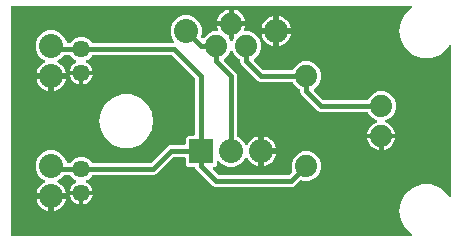
<source format=gbr>
G04 EAGLE Gerber RS-274X export*
G75*
%MOMM*%
%FSLAX34Y34*%
%LPD*%
%INTop Copper*%
%IPPOS*%
%AMOC8*
5,1,8,0,0,1.08239X$1,22.5*%
G01*
%ADD10C,1.447800*%
%ADD11C,1.879600*%
%ADD12R,2.032000X2.032000*%
%ADD13C,2.032000*%
%ADD14C,0.406400*%

G36*
X342405Y4069D02*
X342405Y4069D01*
X342440Y4067D01*
X342562Y4089D01*
X342685Y4105D01*
X342718Y4118D01*
X342753Y4124D01*
X342865Y4176D01*
X342981Y4222D01*
X343009Y4242D01*
X343041Y4257D01*
X343138Y4336D01*
X343238Y4408D01*
X343261Y4436D01*
X343288Y4458D01*
X343361Y4558D01*
X343441Y4653D01*
X343456Y4685D01*
X343477Y4714D01*
X343523Y4829D01*
X343576Y4941D01*
X343583Y4976D01*
X343596Y5009D01*
X343613Y5132D01*
X343636Y5253D01*
X343634Y5289D01*
X343639Y5324D01*
X343624Y5447D01*
X343616Y5571D01*
X343605Y5605D01*
X343601Y5640D01*
X343556Y5756D01*
X343518Y5873D01*
X343499Y5903D01*
X343487Y5936D01*
X343414Y6037D01*
X343348Y6142D01*
X343322Y6166D01*
X343302Y6195D01*
X343185Y6306D01*
X338015Y10644D01*
X334029Y17549D01*
X332645Y25400D01*
X334029Y33251D01*
X338015Y40155D01*
X344122Y45280D01*
X351614Y48007D01*
X359586Y48007D01*
X367078Y45280D01*
X373185Y40156D01*
X374567Y37762D01*
X374655Y37646D01*
X374740Y37528D01*
X374751Y37519D01*
X374759Y37509D01*
X374873Y37418D01*
X374985Y37325D01*
X374998Y37319D01*
X375008Y37311D01*
X375142Y37251D01*
X375273Y37190D01*
X375286Y37187D01*
X375299Y37182D01*
X375443Y37157D01*
X375586Y37130D01*
X375599Y37131D01*
X375612Y37128D01*
X375758Y37141D01*
X375903Y37150D01*
X375916Y37154D01*
X375929Y37155D01*
X376067Y37203D01*
X376205Y37248D01*
X376217Y37255D01*
X376230Y37259D01*
X376351Y37340D01*
X376474Y37418D01*
X376483Y37428D01*
X376495Y37435D01*
X376592Y37543D01*
X376692Y37649D01*
X376699Y37661D01*
X376708Y37671D01*
X376775Y37801D01*
X376846Y37928D01*
X376849Y37941D01*
X376855Y37953D01*
X376889Y38095D01*
X376925Y38236D01*
X376926Y38254D01*
X376928Y38263D01*
X376928Y38280D01*
X376935Y38397D01*
X376935Y164803D01*
X376917Y164948D01*
X376902Y165093D01*
X376897Y165106D01*
X376895Y165119D01*
X376842Y165254D01*
X376791Y165391D01*
X376783Y165402D01*
X376778Y165415D01*
X376693Y165532D01*
X376610Y165652D01*
X376599Y165661D01*
X376592Y165672D01*
X376480Y165765D01*
X376369Y165860D01*
X376357Y165866D01*
X376347Y165875D01*
X376215Y165937D01*
X376084Y166002D01*
X376071Y166005D01*
X376059Y166010D01*
X375917Y166038D01*
X375773Y166068D01*
X375760Y166068D01*
X375747Y166070D01*
X375602Y166061D01*
X375456Y166055D01*
X375442Y166051D01*
X375429Y166050D01*
X375291Y166006D01*
X375151Y165963D01*
X375139Y165956D01*
X375127Y165952D01*
X375004Y165875D01*
X374879Y165799D01*
X374869Y165789D01*
X374858Y165782D01*
X374758Y165676D01*
X374656Y165572D01*
X374646Y165557D01*
X374640Y165551D01*
X374632Y165536D01*
X374567Y165438D01*
X373185Y163045D01*
X367078Y157920D01*
X359586Y155193D01*
X351614Y155193D01*
X344122Y157920D01*
X338015Y163044D01*
X334029Y169949D01*
X332645Y177800D01*
X334029Y185651D01*
X338015Y192555D01*
X343185Y196894D01*
X343209Y196920D01*
X343238Y196940D01*
X343317Y197036D01*
X343401Y197127D01*
X343418Y197158D01*
X343441Y197185D01*
X343494Y197298D01*
X343553Y197407D01*
X343561Y197441D01*
X343576Y197473D01*
X343599Y197595D01*
X343630Y197715D01*
X343629Y197751D01*
X343636Y197786D01*
X343628Y197909D01*
X343627Y198033D01*
X343618Y198068D01*
X343616Y198103D01*
X343578Y198221D01*
X343546Y198341D01*
X343529Y198372D01*
X343518Y198405D01*
X343452Y198510D01*
X343391Y198619D01*
X343367Y198644D01*
X343348Y198674D01*
X343258Y198759D01*
X343172Y198849D01*
X343142Y198868D01*
X343116Y198892D01*
X343008Y198952D01*
X342903Y199018D01*
X342869Y199029D01*
X342838Y199046D01*
X342718Y199077D01*
X342600Y199114D01*
X342564Y199116D01*
X342530Y199125D01*
X342369Y199135D01*
X5334Y199135D01*
X5216Y199120D01*
X5097Y199113D01*
X5059Y199100D01*
X5018Y199095D01*
X4908Y199052D01*
X4795Y199015D01*
X4760Y198993D01*
X4723Y198978D01*
X4627Y198909D01*
X4526Y198845D01*
X4498Y198815D01*
X4465Y198792D01*
X4389Y198700D01*
X4308Y198613D01*
X4288Y198578D01*
X4263Y198547D01*
X4212Y198439D01*
X4154Y198335D01*
X4144Y198295D01*
X4127Y198259D01*
X4105Y198142D01*
X4075Y198027D01*
X4071Y197967D01*
X4067Y197947D01*
X4069Y197926D01*
X4065Y197866D01*
X4065Y5334D01*
X4080Y5216D01*
X4087Y5097D01*
X4100Y5059D01*
X4105Y5018D01*
X4148Y4908D01*
X4185Y4795D01*
X4207Y4760D01*
X4222Y4723D01*
X4291Y4627D01*
X4355Y4526D01*
X4385Y4498D01*
X4408Y4465D01*
X4500Y4389D01*
X4587Y4308D01*
X4622Y4288D01*
X4653Y4263D01*
X4761Y4212D01*
X4865Y4154D01*
X4905Y4144D01*
X4941Y4127D01*
X5058Y4105D01*
X5173Y4075D01*
X5233Y4071D01*
X5253Y4067D01*
X5274Y4069D01*
X5334Y4065D01*
X342369Y4065D01*
X342405Y4069D01*
G37*
%LPC*%
G36*
X38099Y38099D02*
X38099Y38099D01*
X38099Y39370D01*
X38084Y39488D01*
X38077Y39607D01*
X38064Y39645D01*
X38059Y39685D01*
X38015Y39796D01*
X37979Y39909D01*
X37957Y39944D01*
X37942Y39981D01*
X37872Y40077D01*
X37809Y40178D01*
X37779Y40206D01*
X37755Y40239D01*
X37664Y40314D01*
X37577Y40396D01*
X37542Y40416D01*
X37510Y40441D01*
X37403Y40492D01*
X37298Y40550D01*
X37259Y40560D01*
X37223Y40577D01*
X37106Y40599D01*
X36991Y40629D01*
X36930Y40633D01*
X36910Y40637D01*
X36890Y40635D01*
X36830Y40639D01*
X25643Y40639D01*
X25712Y41074D01*
X26330Y42975D01*
X27237Y44757D01*
X28412Y46374D01*
X29826Y47788D01*
X31443Y48963D01*
X32235Y49366D01*
X32309Y49416D01*
X32388Y49458D01*
X32440Y49505D01*
X32498Y49545D01*
X32558Y49612D01*
X32624Y49672D01*
X32662Y49731D01*
X32709Y49783D01*
X32749Y49863D01*
X32799Y49938D01*
X32821Y50004D01*
X32853Y50067D01*
X32873Y50154D01*
X32902Y50239D01*
X32907Y50309D01*
X32923Y50377D01*
X32920Y50466D01*
X32927Y50556D01*
X32915Y50625D01*
X32913Y50695D01*
X32888Y50781D01*
X32873Y50869D01*
X32844Y50933D01*
X32824Y51000D01*
X32779Y51077D01*
X32742Y51159D01*
X32698Y51214D01*
X32663Y51274D01*
X32599Y51338D01*
X32543Y51408D01*
X32487Y51450D01*
X32438Y51499D01*
X32361Y51545D01*
X32289Y51599D01*
X32177Y51654D01*
X32164Y51661D01*
X32158Y51663D01*
X32145Y51670D01*
X30618Y52302D01*
X26902Y56018D01*
X24891Y60873D01*
X24891Y66127D01*
X26902Y70982D01*
X30618Y74698D01*
X35473Y76709D01*
X40727Y76709D01*
X45582Y74698D01*
X49298Y70982D01*
X51086Y66664D01*
X51101Y66639D01*
X51110Y66611D01*
X51180Y66501D01*
X51244Y66388D01*
X51264Y66367D01*
X51280Y66342D01*
X51375Y66253D01*
X51465Y66160D01*
X51490Y66144D01*
X51512Y66124D01*
X51626Y66061D01*
X51736Y65993D01*
X51765Y65985D01*
X51790Y65970D01*
X51916Y65938D01*
X52040Y65900D01*
X52070Y65898D01*
X52098Y65891D01*
X52259Y65881D01*
X53621Y65881D01*
X53650Y65884D01*
X53680Y65882D01*
X53808Y65904D01*
X53937Y65921D01*
X53964Y65931D01*
X53993Y65937D01*
X54112Y65990D01*
X54232Y66038D01*
X54256Y66055D01*
X54283Y66067D01*
X54384Y66148D01*
X54490Y66224D01*
X54509Y66247D01*
X54532Y66266D01*
X54610Y66369D01*
X54692Y66469D01*
X54705Y66496D01*
X54723Y66520D01*
X54773Y66622D01*
X57672Y69522D01*
X61454Y71088D01*
X65546Y71088D01*
X69328Y69522D01*
X72226Y66623D01*
X72230Y66611D01*
X72299Y66501D01*
X72364Y66388D01*
X72384Y66367D01*
X72400Y66342D01*
X72495Y66253D01*
X72585Y66160D01*
X72610Y66144D01*
X72632Y66124D01*
X72745Y66061D01*
X72856Y65993D01*
X72884Y65985D01*
X72910Y65970D01*
X73036Y65938D01*
X73160Y65900D01*
X73190Y65898D01*
X73218Y65891D01*
X73379Y65881D01*
X121670Y65881D01*
X121768Y65893D01*
X121867Y65896D01*
X121925Y65913D01*
X121985Y65921D01*
X122077Y65957D01*
X122172Y65985D01*
X122225Y66015D01*
X122281Y66038D01*
X122361Y66096D01*
X122446Y66146D01*
X122522Y66212D01*
X122538Y66224D01*
X122546Y66234D01*
X122567Y66252D01*
X136822Y80507D01*
X138689Y81281D01*
X150622Y81281D01*
X150740Y81296D01*
X150859Y81303D01*
X150897Y81316D01*
X150938Y81321D01*
X151048Y81364D01*
X151161Y81401D01*
X151196Y81423D01*
X151233Y81438D01*
X151329Y81507D01*
X151430Y81571D01*
X151458Y81601D01*
X151491Y81624D01*
X151567Y81716D01*
X151648Y81803D01*
X151668Y81838D01*
X151693Y81869D01*
X151744Y81977D01*
X151802Y82081D01*
X151812Y82121D01*
X151829Y82157D01*
X151851Y82274D01*
X151881Y82389D01*
X151885Y82449D01*
X151889Y82469D01*
X151887Y82490D01*
X151891Y82550D01*
X151891Y87473D01*
X153677Y89259D01*
X158750Y89259D01*
X158868Y89274D01*
X158987Y89281D01*
X159025Y89294D01*
X159066Y89299D01*
X159176Y89342D01*
X159289Y89379D01*
X159324Y89401D01*
X159361Y89416D01*
X159457Y89485D01*
X159558Y89549D01*
X159586Y89579D01*
X159619Y89602D01*
X159695Y89694D01*
X159776Y89781D01*
X159796Y89816D01*
X159821Y89847D01*
X159872Y89955D01*
X159930Y90059D01*
X159940Y90099D01*
X159957Y90135D01*
X159979Y90252D01*
X160009Y90367D01*
X160013Y90427D01*
X160017Y90447D01*
X160015Y90468D01*
X160019Y90528D01*
X160019Y137070D01*
X160007Y137168D01*
X160004Y137267D01*
X159987Y137325D01*
X159979Y137385D01*
X159943Y137477D01*
X159915Y137572D01*
X159885Y137625D01*
X159862Y137681D01*
X159804Y137761D01*
X159754Y137846D01*
X159688Y137922D01*
X159676Y137938D01*
X159666Y137946D01*
X159648Y137967D01*
X140667Y156948D01*
X140589Y157008D01*
X140517Y157076D01*
X140464Y157105D01*
X140416Y157142D01*
X140325Y157182D01*
X140238Y157230D01*
X140180Y157245D01*
X140124Y157269D01*
X140026Y157284D01*
X139930Y157309D01*
X139830Y157315D01*
X139810Y157319D01*
X139798Y157317D01*
X139770Y157319D01*
X73379Y157319D01*
X73350Y157316D01*
X73320Y157318D01*
X73192Y157296D01*
X73063Y157279D01*
X73036Y157269D01*
X73007Y157263D01*
X72888Y157210D01*
X72768Y157162D01*
X72744Y157145D01*
X72717Y157133D01*
X72616Y157052D01*
X72510Y156976D01*
X72491Y156953D01*
X72468Y156934D01*
X72390Y156831D01*
X72308Y156731D01*
X72295Y156704D01*
X72277Y156680D01*
X72227Y156578D01*
X69328Y153678D01*
X68329Y153265D01*
X68252Y153221D01*
X68169Y153185D01*
X68114Y153142D01*
X68053Y153107D01*
X67989Y153045D01*
X67918Y152990D01*
X67875Y152935D01*
X67825Y152886D01*
X67778Y152810D01*
X67723Y152739D01*
X67695Y152675D01*
X67658Y152615D01*
X67632Y152530D01*
X67596Y152447D01*
X67585Y152378D01*
X67565Y152311D01*
X67561Y152222D01*
X67546Y152133D01*
X67553Y152064D01*
X67550Y151994D01*
X67568Y151906D01*
X67576Y151817D01*
X67600Y151751D01*
X67614Y151682D01*
X67653Y151602D01*
X67684Y151517D01*
X67723Y151459D01*
X67754Y151396D01*
X67812Y151328D01*
X67862Y151254D01*
X67915Y151208D01*
X67960Y151154D01*
X68033Y151103D01*
X68100Y151043D01*
X68208Y150980D01*
X68220Y150971D01*
X68227Y150969D01*
X68239Y150961D01*
X68626Y150764D01*
X69871Y149860D01*
X70960Y148771D01*
X71864Y147526D01*
X72563Y146154D01*
X73039Y144690D01*
X73125Y144149D01*
X63980Y144149D01*
X63862Y144134D01*
X63743Y144127D01*
X63705Y144114D01*
X63665Y144109D01*
X63554Y144066D01*
X63506Y144050D01*
X63488Y144060D01*
X63449Y144070D01*
X63413Y144087D01*
X63296Y144109D01*
X63180Y144139D01*
X63120Y144143D01*
X63100Y144147D01*
X63080Y144145D01*
X63020Y144149D01*
X53875Y144149D01*
X53961Y144690D01*
X54437Y146154D01*
X55136Y147526D01*
X56040Y148771D01*
X57129Y149860D01*
X58374Y150764D01*
X58761Y150961D01*
X58835Y151012D01*
X58914Y151054D01*
X58966Y151101D01*
X59024Y151140D01*
X59083Y151207D01*
X59150Y151268D01*
X59188Y151326D01*
X59235Y151379D01*
X59275Y151459D01*
X59324Y151533D01*
X59347Y151599D01*
X59379Y151662D01*
X59399Y151750D01*
X59428Y151834D01*
X59433Y151904D01*
X59449Y151972D01*
X59446Y152062D01*
X59453Y152151D01*
X59441Y152220D01*
X59439Y152290D01*
X59414Y152376D01*
X59398Y152464D01*
X59370Y152528D01*
X59350Y152596D01*
X59305Y152673D01*
X59268Y152754D01*
X59224Y152809D01*
X59188Y152870D01*
X59125Y152933D01*
X59069Y153003D01*
X59013Y153045D01*
X58964Y153095D01*
X58887Y153140D01*
X58815Y153194D01*
X58703Y153249D01*
X58690Y153257D01*
X58684Y153259D01*
X58671Y153265D01*
X57672Y153678D01*
X54774Y156577D01*
X54770Y156589D01*
X54701Y156699D01*
X54636Y156812D01*
X54616Y156833D01*
X54600Y156858D01*
X54505Y156947D01*
X54415Y157040D01*
X54390Y157056D01*
X54368Y157076D01*
X54255Y157139D01*
X54144Y157207D01*
X54116Y157215D01*
X54090Y157230D01*
X53964Y157262D01*
X53840Y157300D01*
X53810Y157302D01*
X53782Y157309D01*
X53621Y157319D01*
X49525Y157319D01*
X49427Y157307D01*
X49328Y157304D01*
X49270Y157287D01*
X49209Y157279D01*
X49117Y157243D01*
X49022Y157215D01*
X48970Y157185D01*
X48914Y157162D01*
X48834Y157104D01*
X48748Y157054D01*
X48673Y156988D01*
X48656Y156976D01*
X48649Y156966D01*
X48627Y156948D01*
X45582Y153902D01*
X44055Y153270D01*
X43977Y153225D01*
X43895Y153190D01*
X43840Y153147D01*
X43779Y153112D01*
X43715Y153050D01*
X43644Y152995D01*
X43601Y152940D01*
X43551Y152891D01*
X43504Y152814D01*
X43449Y152744D01*
X43421Y152680D01*
X43384Y152620D01*
X43358Y152534D01*
X43322Y152452D01*
X43311Y152383D01*
X43291Y152316D01*
X43286Y152226D01*
X43272Y152138D01*
X43279Y152068D01*
X43276Y151998D01*
X43294Y151911D01*
X43302Y151821D01*
X43326Y151755D01*
X43340Y151687D01*
X43379Y151606D01*
X43409Y151522D01*
X43449Y151464D01*
X43480Y151401D01*
X43538Y151333D01*
X43588Y151259D01*
X43640Y151212D01*
X43686Y151159D01*
X43759Y151107D01*
X43826Y151048D01*
X43934Y150984D01*
X43946Y150976D01*
X43952Y150973D01*
X43965Y150966D01*
X44757Y150563D01*
X46374Y149388D01*
X47788Y147974D01*
X48963Y146357D01*
X49870Y144575D01*
X50488Y142674D01*
X50557Y142239D01*
X39370Y142239D01*
X39252Y142224D01*
X39133Y142217D01*
X39095Y142204D01*
X39055Y142199D01*
X38944Y142156D01*
X38831Y142119D01*
X38797Y142097D01*
X38759Y142082D01*
X38663Y142012D01*
X38562Y141949D01*
X38534Y141919D01*
X38502Y141895D01*
X38426Y141804D01*
X38344Y141717D01*
X38325Y141682D01*
X38299Y141651D01*
X38248Y141543D01*
X38191Y141439D01*
X38180Y141399D01*
X38163Y141363D01*
X38141Y141246D01*
X38111Y141131D01*
X38107Y141070D01*
X38103Y141050D01*
X38105Y141030D01*
X38101Y140970D01*
X38101Y139699D01*
X38099Y139699D01*
X38099Y140970D01*
X38084Y141088D01*
X38077Y141207D01*
X38064Y141245D01*
X38059Y141285D01*
X38015Y141396D01*
X37979Y141509D01*
X37957Y141544D01*
X37942Y141581D01*
X37872Y141677D01*
X37809Y141778D01*
X37779Y141806D01*
X37755Y141839D01*
X37664Y141914D01*
X37577Y141996D01*
X37542Y142016D01*
X37510Y142041D01*
X37403Y142092D01*
X37298Y142150D01*
X37259Y142160D01*
X37223Y142177D01*
X37106Y142199D01*
X36991Y142229D01*
X36930Y142233D01*
X36910Y142237D01*
X36890Y142235D01*
X36830Y142239D01*
X25643Y142239D01*
X25712Y142674D01*
X26330Y144575D01*
X27237Y146357D01*
X28412Y147974D01*
X29826Y149388D01*
X31443Y150563D01*
X32235Y150966D01*
X32309Y151016D01*
X32388Y151058D01*
X32440Y151105D01*
X32498Y151145D01*
X32558Y151212D01*
X32624Y151272D01*
X32662Y151331D01*
X32709Y151383D01*
X32749Y151463D01*
X32799Y151538D01*
X32821Y151604D01*
X32853Y151667D01*
X32873Y151754D01*
X32902Y151839D01*
X32907Y151909D01*
X32923Y151977D01*
X32920Y152066D01*
X32927Y152156D01*
X32915Y152225D01*
X32913Y152295D01*
X32888Y152381D01*
X32873Y152469D01*
X32844Y152533D01*
X32824Y152600D01*
X32779Y152677D01*
X32742Y152759D01*
X32698Y152814D01*
X32663Y152874D01*
X32599Y152938D01*
X32543Y153008D01*
X32487Y153050D01*
X32438Y153099D01*
X32361Y153145D01*
X32289Y153199D01*
X32177Y153254D01*
X32164Y153261D01*
X32158Y153263D01*
X32145Y153270D01*
X30618Y153902D01*
X26902Y157618D01*
X24891Y162473D01*
X24891Y167727D01*
X26902Y172582D01*
X30618Y176298D01*
X35473Y178309D01*
X40727Y178309D01*
X45582Y176298D01*
X49298Y172582D01*
X51086Y168264D01*
X51101Y168239D01*
X51110Y168211D01*
X51180Y168101D01*
X51244Y167988D01*
X51264Y167967D01*
X51280Y167942D01*
X51375Y167853D01*
X51465Y167760D01*
X51490Y167744D01*
X51512Y167724D01*
X51626Y167661D01*
X51736Y167593D01*
X51765Y167585D01*
X51790Y167570D01*
X51916Y167538D01*
X52040Y167500D01*
X52070Y167498D01*
X52098Y167491D01*
X52259Y167481D01*
X53621Y167481D01*
X53650Y167484D01*
X53680Y167482D01*
X53808Y167504D01*
X53937Y167521D01*
X53964Y167531D01*
X53993Y167537D01*
X54112Y167590D01*
X54232Y167638D01*
X54256Y167655D01*
X54283Y167667D01*
X54384Y167748D01*
X54490Y167824D01*
X54509Y167847D01*
X54532Y167866D01*
X54610Y167969D01*
X54692Y168069D01*
X54705Y168096D01*
X54723Y168120D01*
X54773Y168222D01*
X57672Y171122D01*
X61454Y172688D01*
X65546Y172688D01*
X69328Y171122D01*
X72226Y168223D01*
X72230Y168211D01*
X72299Y168101D01*
X72364Y167988D01*
X72384Y167967D01*
X72400Y167942D01*
X72495Y167853D01*
X72585Y167760D01*
X72610Y167744D01*
X72632Y167724D01*
X72745Y167661D01*
X72856Y167593D01*
X72884Y167585D01*
X72910Y167570D01*
X73036Y167538D01*
X73160Y167500D01*
X73190Y167498D01*
X73218Y167491D01*
X73379Y167481D01*
X140975Y167481D01*
X141113Y167498D01*
X141251Y167511D01*
X141270Y167518D01*
X141291Y167521D01*
X141420Y167572D01*
X141551Y167619D01*
X141568Y167630D01*
X141586Y167638D01*
X141699Y167719D01*
X141814Y167797D01*
X141827Y167813D01*
X141844Y167824D01*
X141932Y167932D01*
X142024Y168036D01*
X142033Y168054D01*
X142046Y168069D01*
X142106Y168195D01*
X142169Y168319D01*
X142173Y168339D01*
X142182Y168357D01*
X142208Y168494D01*
X142239Y168629D01*
X142238Y168650D01*
X142242Y168669D01*
X142233Y168808D01*
X142229Y168947D01*
X142223Y168967D01*
X142222Y168987D01*
X142179Y169119D01*
X142140Y169253D01*
X142130Y169270D01*
X142124Y169289D01*
X142050Y169407D01*
X141979Y169527D01*
X141960Y169548D01*
X141954Y169558D01*
X141939Y169572D01*
X141873Y169647D01*
X141202Y170318D01*
X139191Y175173D01*
X139191Y180427D01*
X141202Y185282D01*
X144918Y188998D01*
X149773Y191009D01*
X155027Y191009D01*
X159882Y188998D01*
X163598Y185282D01*
X165609Y180427D01*
X165609Y175173D01*
X164939Y173555D01*
X164931Y173526D01*
X164917Y173500D01*
X164889Y173373D01*
X164855Y173248D01*
X164854Y173218D01*
X164848Y173190D01*
X164852Y173060D01*
X164850Y172930D01*
X164856Y172901D01*
X164857Y172872D01*
X164893Y172747D01*
X164924Y172621D01*
X164938Y172595D01*
X164946Y172566D01*
X165012Y172454D01*
X165072Y172340D01*
X165092Y172318D01*
X165107Y172292D01*
X165214Y172172D01*
X165344Y172041D01*
X165438Y171968D01*
X165527Y171890D01*
X165563Y171871D01*
X165595Y171846D01*
X165705Y171799D01*
X165811Y171745D01*
X165850Y171736D01*
X165887Y171720D01*
X166005Y171701D01*
X166121Y171675D01*
X166161Y171676D01*
X166201Y171670D01*
X166320Y171681D01*
X166439Y171685D01*
X166478Y171696D01*
X166518Y171700D01*
X166630Y171740D01*
X166744Y171773D01*
X166779Y171794D01*
X166817Y171808D01*
X166916Y171875D01*
X167018Y171935D01*
X167063Y171975D01*
X167080Y171986D01*
X167094Y172001D01*
X167139Y172041D01*
X170750Y175652D01*
X175324Y177547D01*
X178394Y177547D01*
X178493Y177559D01*
X178592Y177562D01*
X178650Y177579D01*
X178710Y177587D01*
X178802Y177623D01*
X178898Y177651D01*
X178949Y177681D01*
X179005Y177704D01*
X179086Y177762D01*
X179171Y177813D01*
X179214Y177855D01*
X179263Y177890D01*
X179326Y177967D01*
X179396Y178037D01*
X179427Y178089D01*
X179466Y178135D01*
X179508Y178225D01*
X179559Y178311D01*
X179575Y178369D01*
X179601Y178423D01*
X179620Y178521D01*
X179648Y178616D01*
X179650Y178676D01*
X179661Y178735D01*
X179655Y178835D01*
X179658Y178934D01*
X179645Y178993D01*
X179641Y179053D01*
X179610Y179147D01*
X179589Y179245D01*
X179549Y179336D01*
X179543Y179355D01*
X179536Y179366D01*
X179525Y179392D01*
X179436Y179567D01*
X178855Y181354D01*
X178734Y182119D01*
X188469Y182119D01*
X188469Y172121D01*
X188470Y172112D01*
X188469Y172102D01*
X188490Y171954D01*
X188509Y171805D01*
X188512Y171797D01*
X188513Y171787D01*
X188565Y171635D01*
X189327Y169795D01*
X189396Y169675D01*
X189461Y169552D01*
X189475Y169537D01*
X189485Y169519D01*
X189582Y169419D01*
X189675Y169316D01*
X189692Y169305D01*
X189706Y169291D01*
X189825Y169218D01*
X189941Y169142D01*
X189960Y169135D01*
X189977Y169124D01*
X190110Y169084D01*
X190242Y169038D01*
X190262Y169037D01*
X190281Y169031D01*
X190420Y169024D01*
X190559Y169013D01*
X190579Y169017D01*
X190599Y169016D01*
X190735Y169044D01*
X190872Y169068D01*
X190891Y169076D01*
X190910Y169080D01*
X191036Y169141D01*
X191162Y169198D01*
X191178Y169211D01*
X191196Y169220D01*
X191302Y169310D01*
X191410Y169397D01*
X191423Y169413D01*
X191438Y169426D01*
X191518Y169540D01*
X191602Y169651D01*
X191614Y169676D01*
X191621Y169686D01*
X191628Y169705D01*
X191673Y169795D01*
X192435Y171635D01*
X192437Y171644D01*
X192442Y171652D01*
X192479Y171797D01*
X192519Y171942D01*
X192519Y171951D01*
X192521Y171960D01*
X192531Y172121D01*
X192531Y182119D01*
X202266Y182119D01*
X202145Y181354D01*
X201564Y179567D01*
X201475Y179392D01*
X201441Y179299D01*
X201399Y179209D01*
X201388Y179150D01*
X201367Y179093D01*
X201358Y178994D01*
X201339Y178896D01*
X201343Y178836D01*
X201337Y178777D01*
X201353Y178678D01*
X201359Y178579D01*
X201377Y178522D01*
X201387Y178462D01*
X201426Y178371D01*
X201457Y178277D01*
X201489Y178226D01*
X201513Y178170D01*
X201574Y178092D01*
X201627Y178008D01*
X201671Y177967D01*
X201708Y177919D01*
X201786Y177858D01*
X201859Y177790D01*
X201911Y177761D01*
X201959Y177724D01*
X202050Y177684D01*
X202137Y177636D01*
X202195Y177621D01*
X202251Y177597D01*
X202349Y177582D01*
X202445Y177557D01*
X202544Y177551D01*
X202565Y177547D01*
X202577Y177549D01*
X202606Y177547D01*
X205676Y177547D01*
X210250Y175652D01*
X213752Y172150D01*
X215647Y167576D01*
X215647Y162624D01*
X213752Y158050D01*
X210141Y154439D01*
X210068Y154345D01*
X209990Y154256D01*
X209971Y154220D01*
X209946Y154188D01*
X209899Y154078D01*
X209845Y153972D01*
X209836Y153933D01*
X209820Y153896D01*
X209801Y153778D01*
X209775Y153662D01*
X209776Y153622D01*
X209770Y153582D01*
X209781Y153463D01*
X209785Y153344D01*
X209796Y153305D01*
X209800Y153265D01*
X209840Y153153D01*
X209873Y153039D01*
X209894Y153004D01*
X209908Y152966D01*
X209975Y152867D01*
X210035Y152765D01*
X210075Y152720D01*
X210086Y152703D01*
X210101Y152689D01*
X210141Y152644D01*
X217633Y145152D01*
X217711Y145092D01*
X217783Y145024D01*
X217836Y144995D01*
X217884Y144958D01*
X217975Y144918D01*
X218062Y144870D01*
X218120Y144855D01*
X218176Y144831D01*
X218274Y144816D01*
X218370Y144791D01*
X218470Y144785D01*
X218490Y144781D01*
X218502Y144783D01*
X218530Y144781D01*
X241784Y144781D01*
X241813Y144784D01*
X241843Y144782D01*
X241971Y144804D01*
X242100Y144821D01*
X242127Y144831D01*
X242156Y144836D01*
X242275Y144890D01*
X242395Y144938D01*
X242419Y144955D01*
X242446Y144967D01*
X242548Y145048D01*
X242653Y145124D01*
X242672Y145147D01*
X242695Y145166D01*
X242773Y145269D01*
X242856Y145369D01*
X242868Y145396D01*
X242886Y145420D01*
X242957Y145564D01*
X243448Y146750D01*
X246950Y150252D01*
X251524Y152147D01*
X256476Y152147D01*
X261050Y150252D01*
X264552Y146750D01*
X266447Y142176D01*
X266447Y137224D01*
X264552Y132650D01*
X260941Y129039D01*
X260868Y128945D01*
X260790Y128856D01*
X260771Y128820D01*
X260746Y128788D01*
X260699Y128678D01*
X260645Y128572D01*
X260636Y128533D01*
X260620Y128496D01*
X260601Y128378D01*
X260575Y128262D01*
X260576Y128222D01*
X260570Y128182D01*
X260581Y128063D01*
X260585Y127944D01*
X260596Y127905D01*
X260600Y127865D01*
X260640Y127753D01*
X260673Y127639D01*
X260694Y127604D01*
X260708Y127566D01*
X260775Y127467D01*
X260835Y127365D01*
X260875Y127320D01*
X260886Y127303D01*
X260901Y127289D01*
X260941Y127244D01*
X268433Y119752D01*
X268511Y119692D01*
X268583Y119624D01*
X268636Y119595D01*
X268684Y119558D01*
X268775Y119518D01*
X268862Y119470D01*
X268920Y119455D01*
X268976Y119431D01*
X269074Y119416D01*
X269170Y119391D01*
X269270Y119385D01*
X269290Y119381D01*
X269302Y119383D01*
X269330Y119381D01*
X305284Y119381D01*
X305313Y119384D01*
X305343Y119382D01*
X305471Y119404D01*
X305600Y119421D01*
X305627Y119431D01*
X305656Y119436D01*
X305775Y119490D01*
X305895Y119538D01*
X305919Y119555D01*
X305946Y119567D01*
X306048Y119648D01*
X306153Y119724D01*
X306172Y119747D01*
X306195Y119766D01*
X306273Y119869D01*
X306356Y119969D01*
X306368Y119996D01*
X306386Y120020D01*
X306457Y120164D01*
X306948Y121350D01*
X310450Y124852D01*
X315024Y126747D01*
X319976Y126747D01*
X324550Y124852D01*
X328052Y121350D01*
X329947Y116776D01*
X329947Y111824D01*
X328052Y107250D01*
X324550Y103748D01*
X321525Y102495D01*
X321499Y102480D01*
X321470Y102471D01*
X321361Y102401D01*
X321248Y102337D01*
X321227Y102316D01*
X321202Y102300D01*
X321113Y102206D01*
X321020Y102116D01*
X321004Y102090D01*
X320984Y102069D01*
X320921Y101955D01*
X320854Y101845D01*
X320845Y101816D01*
X320831Y101790D01*
X320798Y101665D01*
X320760Y101541D01*
X320759Y101511D01*
X320751Y101482D01*
X320751Y101352D01*
X320745Y101223D01*
X320751Y101194D01*
X320751Y101164D01*
X320783Y101039D01*
X320809Y100912D01*
X320822Y100885D01*
X320830Y100856D01*
X320892Y100743D01*
X320949Y100626D01*
X320968Y100603D01*
X320983Y100577D01*
X321071Y100483D01*
X321155Y100384D01*
X321180Y100367D01*
X321200Y100345D01*
X321309Y100276D01*
X321415Y100201D01*
X321443Y100190D01*
X321469Y100174D01*
X321618Y100115D01*
X322083Y99964D01*
X323757Y99111D01*
X325278Y98006D01*
X326606Y96678D01*
X327711Y95157D01*
X328564Y93483D01*
X329145Y91696D01*
X329266Y90931D01*
X318262Y90931D01*
X318144Y90916D01*
X318025Y90909D01*
X317987Y90896D01*
X317947Y90891D01*
X317836Y90848D01*
X317723Y90811D01*
X317689Y90789D01*
X317651Y90774D01*
X317555Y90705D01*
X317503Y90671D01*
X317485Y90688D01*
X317450Y90708D01*
X317418Y90733D01*
X317311Y90784D01*
X317206Y90842D01*
X317167Y90852D01*
X317131Y90869D01*
X317014Y90891D01*
X316898Y90921D01*
X316838Y90925D01*
X316818Y90929D01*
X316798Y90927D01*
X316738Y90931D01*
X305734Y90931D01*
X305855Y91696D01*
X306436Y93483D01*
X307289Y95157D01*
X308394Y96678D01*
X309722Y98006D01*
X311243Y99111D01*
X312917Y99964D01*
X313382Y100115D01*
X313409Y100128D01*
X313438Y100135D01*
X313552Y100195D01*
X313670Y100250D01*
X313693Y100269D01*
X313719Y100283D01*
X313815Y100370D01*
X313915Y100453D01*
X313932Y100477D01*
X313954Y100497D01*
X314026Y100606D01*
X314102Y100710D01*
X314113Y100738D01*
X314129Y100763D01*
X314171Y100886D01*
X314219Y101006D01*
X314223Y101036D01*
X314232Y101064D01*
X314243Y101193D01*
X314259Y101321D01*
X314255Y101351D01*
X314258Y101381D01*
X314235Y101509D01*
X314219Y101637D01*
X314208Y101665D01*
X314203Y101694D01*
X314150Y101812D01*
X314102Y101933D01*
X314085Y101957D01*
X314073Y101984D01*
X313992Y102085D01*
X313916Y102190D01*
X313893Y102209D01*
X313874Y102233D01*
X313770Y102311D01*
X313671Y102393D01*
X313644Y102406D01*
X313620Y102424D01*
X313475Y102495D01*
X310450Y103748D01*
X306948Y107250D01*
X306457Y108436D01*
X306442Y108461D01*
X306433Y108489D01*
X306364Y108599D01*
X306299Y108712D01*
X306279Y108733D01*
X306263Y108758D01*
X306168Y108847D01*
X306078Y108940D01*
X306053Y108956D01*
X306031Y108976D01*
X305917Y109039D01*
X305807Y109107D01*
X305779Y109115D01*
X305753Y109130D01*
X305627Y109162D01*
X305503Y109200D01*
X305473Y109202D01*
X305445Y109209D01*
X305284Y109219D01*
X265689Y109219D01*
X263822Y109993D01*
X249693Y124122D01*
X248919Y125989D01*
X248919Y127484D01*
X248916Y127513D01*
X248918Y127543D01*
X248896Y127671D01*
X248879Y127800D01*
X248869Y127827D01*
X248864Y127856D01*
X248810Y127975D01*
X248762Y128095D01*
X248745Y128119D01*
X248733Y128146D01*
X248652Y128248D01*
X248576Y128353D01*
X248553Y128372D01*
X248534Y128395D01*
X248431Y128473D01*
X248331Y128556D01*
X248304Y128568D01*
X248280Y128586D01*
X248136Y128657D01*
X246950Y129148D01*
X243448Y132650D01*
X242957Y133836D01*
X242942Y133861D01*
X242933Y133889D01*
X242864Y133999D01*
X242799Y134112D01*
X242779Y134133D01*
X242763Y134158D01*
X242668Y134247D01*
X242578Y134340D01*
X242553Y134356D01*
X242531Y134376D01*
X242417Y134439D01*
X242307Y134507D01*
X242279Y134515D01*
X242253Y134530D01*
X242127Y134562D01*
X242003Y134600D01*
X241973Y134602D01*
X241945Y134609D01*
X241784Y134619D01*
X214889Y134619D01*
X213022Y135393D01*
X198893Y149522D01*
X198119Y151389D01*
X198119Y152884D01*
X198116Y152913D01*
X198118Y152943D01*
X198096Y153071D01*
X198079Y153200D01*
X198069Y153227D01*
X198064Y153256D01*
X198010Y153375D01*
X197962Y153495D01*
X197945Y153519D01*
X197933Y153546D01*
X197852Y153648D01*
X197776Y153753D01*
X197753Y153772D01*
X197734Y153795D01*
X197631Y153873D01*
X197531Y153956D01*
X197504Y153968D01*
X197480Y153986D01*
X197336Y154057D01*
X196150Y154548D01*
X192648Y158050D01*
X191673Y160405D01*
X191604Y160525D01*
X191539Y160648D01*
X191525Y160663D01*
X191515Y160681D01*
X191418Y160781D01*
X191325Y160884D01*
X191308Y160895D01*
X191294Y160909D01*
X191176Y160982D01*
X191059Y161058D01*
X191040Y161065D01*
X191023Y161076D01*
X190890Y161116D01*
X190758Y161162D01*
X190738Y161163D01*
X190719Y161169D01*
X190580Y161176D01*
X190441Y161187D01*
X190421Y161183D01*
X190401Y161184D01*
X190265Y161156D01*
X190128Y161132D01*
X190109Y161124D01*
X190090Y161120D01*
X189965Y161059D01*
X189838Y161002D01*
X189822Y160989D01*
X189804Y160980D01*
X189698Y160890D01*
X189590Y160803D01*
X189577Y160787D01*
X189562Y160774D01*
X189482Y160660D01*
X189398Y160549D01*
X189386Y160524D01*
X189379Y160514D01*
X189372Y160495D01*
X189327Y160405D01*
X188352Y158050D01*
X184741Y154439D01*
X184668Y154345D01*
X184590Y154256D01*
X184571Y154220D01*
X184546Y154188D01*
X184499Y154078D01*
X184445Y153972D01*
X184436Y153933D01*
X184420Y153896D01*
X184401Y153778D01*
X184375Y153662D01*
X184376Y153622D01*
X184370Y153582D01*
X184381Y153463D01*
X184385Y153344D01*
X184396Y153305D01*
X184400Y153265D01*
X184440Y153153D01*
X184473Y153039D01*
X184494Y153004D01*
X184508Y152966D01*
X184574Y152867D01*
X184635Y152765D01*
X184675Y152720D01*
X184686Y152703D01*
X184701Y152689D01*
X184741Y152644D01*
X193199Y144186D01*
X193200Y144186D01*
X194807Y142578D01*
X195581Y140711D01*
X195581Y89091D01*
X195584Y89061D01*
X195582Y89032D01*
X195599Y88936D01*
X195603Y88868D01*
X195613Y88838D01*
X195621Y88775D01*
X195631Y88748D01*
X195636Y88719D01*
X195689Y88601D01*
X195701Y88565D01*
X195708Y88554D01*
X195738Y88479D01*
X195755Y88456D01*
X195767Y88429D01*
X195848Y88327D01*
X195924Y88222D01*
X195947Y88203D01*
X195966Y88180D01*
X196069Y88102D01*
X196169Y88019D01*
X196196Y88007D01*
X196220Y87989D01*
X196364Y87918D01*
X197982Y87248D01*
X201698Y83532D01*
X202330Y82005D01*
X202375Y81927D01*
X202410Y81845D01*
X202453Y81790D01*
X202488Y81729D01*
X202550Y81665D01*
X202605Y81594D01*
X202660Y81551D01*
X202709Y81501D01*
X202786Y81454D01*
X202856Y81399D01*
X202920Y81371D01*
X202980Y81334D01*
X203066Y81308D01*
X203148Y81272D01*
X203217Y81261D01*
X203284Y81241D01*
X203374Y81236D01*
X203462Y81222D01*
X203532Y81229D01*
X203602Y81226D01*
X203689Y81244D01*
X203779Y81252D01*
X203845Y81276D01*
X203913Y81290D01*
X203994Y81329D01*
X204078Y81359D01*
X204136Y81399D01*
X204199Y81430D01*
X204267Y81488D01*
X204341Y81538D01*
X204388Y81590D01*
X204441Y81636D01*
X204493Y81709D01*
X204552Y81776D01*
X204616Y81884D01*
X204624Y81896D01*
X204627Y81902D01*
X204634Y81915D01*
X205037Y82707D01*
X206212Y84324D01*
X207626Y85738D01*
X209243Y86913D01*
X211025Y87820D01*
X212926Y88438D01*
X213361Y88507D01*
X213361Y77320D01*
X213376Y77202D01*
X213383Y77083D01*
X213396Y77045D01*
X213401Y77005D01*
X213444Y76894D01*
X213481Y76781D01*
X213503Y76747D01*
X213518Y76709D01*
X213588Y76613D01*
X213651Y76512D01*
X213681Y76484D01*
X213704Y76452D01*
X213796Y76376D01*
X213883Y76294D01*
X213918Y76275D01*
X213949Y76249D01*
X214057Y76198D01*
X214161Y76141D01*
X214201Y76130D01*
X214237Y76113D01*
X214354Y76091D01*
X214469Y76061D01*
X214530Y76057D01*
X214550Y76053D01*
X214570Y76055D01*
X214630Y76051D01*
X215901Y76051D01*
X215901Y76049D01*
X214630Y76049D01*
X214512Y76034D01*
X214393Y76027D01*
X214355Y76014D01*
X214314Y76009D01*
X214204Y75965D01*
X214091Y75929D01*
X214056Y75907D01*
X214019Y75892D01*
X213923Y75822D01*
X213822Y75759D01*
X213794Y75729D01*
X213761Y75705D01*
X213686Y75614D01*
X213604Y75527D01*
X213584Y75492D01*
X213559Y75460D01*
X213508Y75353D01*
X213450Y75248D01*
X213440Y75209D01*
X213423Y75173D01*
X213401Y75056D01*
X213371Y74941D01*
X213367Y74880D01*
X213363Y74860D01*
X213365Y74840D01*
X213361Y74780D01*
X213361Y63593D01*
X212926Y63662D01*
X211025Y64280D01*
X209243Y65187D01*
X207626Y66362D01*
X206212Y67776D01*
X205037Y69393D01*
X204634Y70185D01*
X204584Y70259D01*
X204542Y70338D01*
X204495Y70390D01*
X204455Y70448D01*
X204388Y70508D01*
X204328Y70574D01*
X204269Y70612D01*
X204217Y70659D01*
X204137Y70699D01*
X204062Y70749D01*
X203996Y70771D01*
X203933Y70803D01*
X203846Y70823D01*
X203761Y70852D01*
X203691Y70857D01*
X203623Y70873D01*
X203534Y70870D01*
X203444Y70877D01*
X203375Y70865D01*
X203305Y70863D01*
X203219Y70838D01*
X203131Y70823D01*
X203067Y70794D01*
X203000Y70774D01*
X202923Y70729D01*
X202841Y70692D01*
X202786Y70648D01*
X202726Y70613D01*
X202662Y70549D01*
X202592Y70493D01*
X202550Y70437D01*
X202501Y70388D01*
X202455Y70311D01*
X202401Y70239D01*
X202346Y70127D01*
X202339Y70114D01*
X202337Y70108D01*
X202330Y70095D01*
X201698Y68568D01*
X197982Y64852D01*
X193127Y62841D01*
X187873Y62841D01*
X183018Y64852D01*
X180475Y67395D01*
X180366Y67480D01*
X180259Y67568D01*
X180240Y67577D01*
X180224Y67589D01*
X180096Y67645D01*
X179971Y67704D01*
X179951Y67708D01*
X179932Y67716D01*
X179794Y67738D01*
X179658Y67764D01*
X179638Y67762D01*
X179618Y67766D01*
X179479Y67753D01*
X179341Y67744D01*
X179322Y67738D01*
X179302Y67736D01*
X179170Y67689D01*
X179039Y67646D01*
X179021Y67635D01*
X179002Y67628D01*
X178887Y67550D01*
X178770Y67476D01*
X178756Y67461D01*
X178739Y67450D01*
X178647Y67345D01*
X178552Y67244D01*
X178542Y67226D01*
X178529Y67211D01*
X178465Y67087D01*
X178398Y66966D01*
X178393Y66946D01*
X178384Y66928D01*
X178354Y66792D01*
X178319Y66658D01*
X178317Y66630D01*
X178314Y66618D01*
X178315Y66597D01*
X178309Y66497D01*
X178309Y64627D01*
X176523Y62841D01*
X176008Y62841D01*
X175871Y62824D01*
X175732Y62811D01*
X175713Y62804D01*
X175693Y62801D01*
X175564Y62750D01*
X175433Y62703D01*
X175416Y62692D01*
X175397Y62684D01*
X175285Y62603D01*
X175169Y62525D01*
X175156Y62509D01*
X175140Y62498D01*
X175051Y62390D01*
X174959Y62286D01*
X174950Y62268D01*
X174937Y62253D01*
X174877Y62126D01*
X174814Y62003D01*
X174810Y61983D01*
X174801Y61965D01*
X174775Y61829D01*
X174745Y61693D01*
X174745Y61672D01*
X174742Y61653D01*
X174750Y61514D01*
X174754Y61375D01*
X174760Y61355D01*
X174761Y61335D01*
X174804Y61203D01*
X174843Y61069D01*
X174853Y61052D01*
X174859Y61033D01*
X174934Y60915D01*
X175004Y60795D01*
X175023Y60774D01*
X175029Y60764D01*
X175044Y60750D01*
X175111Y60675D01*
X179533Y56252D01*
X179611Y56192D01*
X179683Y56124D01*
X179736Y56095D01*
X179784Y56058D01*
X179875Y56018D01*
X179962Y55970D01*
X180020Y55955D01*
X180076Y55931D01*
X180174Y55916D01*
X180270Y55891D01*
X180370Y55885D01*
X180390Y55881D01*
X180402Y55883D01*
X180430Y55881D01*
X238670Y55881D01*
X238768Y55893D01*
X238867Y55896D01*
X238925Y55913D01*
X238985Y55921D01*
X239077Y55957D01*
X239172Y55985D01*
X239225Y56015D01*
X239281Y56038D01*
X239361Y56096D01*
X239446Y56146D01*
X239522Y56212D01*
X239538Y56224D01*
X239546Y56234D01*
X239567Y56252D01*
X241769Y58455D01*
X241788Y58478D01*
X241810Y58497D01*
X241885Y58603D01*
X241964Y58706D01*
X241976Y58733D01*
X241993Y58757D01*
X242039Y58879D01*
X242091Y58998D01*
X242095Y59027D01*
X242106Y59055D01*
X242120Y59184D01*
X242141Y59312D01*
X242138Y59341D01*
X242141Y59371D01*
X242123Y59499D01*
X242111Y59629D01*
X242101Y59656D01*
X242097Y59686D01*
X242045Y59838D01*
X241553Y61024D01*
X241553Y65976D01*
X243448Y70550D01*
X246950Y74052D01*
X251524Y75947D01*
X256476Y75947D01*
X261050Y74052D01*
X264552Y70550D01*
X266447Y65976D01*
X266447Y61024D01*
X264552Y56450D01*
X261050Y52948D01*
X256476Y51053D01*
X251524Y51053D01*
X250338Y51545D01*
X250310Y51552D01*
X250283Y51566D01*
X250156Y51594D01*
X250031Y51629D01*
X250002Y51629D01*
X249973Y51635D01*
X249843Y51632D01*
X249713Y51634D01*
X249685Y51627D01*
X249655Y51626D01*
X249530Y51590D01*
X249404Y51559D01*
X249378Y51546D01*
X249350Y51537D01*
X249238Y51472D01*
X249123Y51411D01*
X249101Y51391D01*
X249076Y51376D01*
X248955Y51269D01*
X244178Y46493D01*
X242311Y45719D01*
X176789Y45719D01*
X174922Y46493D01*
X160793Y60622D01*
X160198Y62058D01*
X160183Y62083D01*
X160174Y62111D01*
X160105Y62221D01*
X160041Y62334D01*
X160020Y62355D01*
X160004Y62380D01*
X159910Y62469D01*
X159819Y62562D01*
X159794Y62578D01*
X159773Y62598D01*
X159659Y62661D01*
X159548Y62729D01*
X159520Y62737D01*
X159494Y62752D01*
X159368Y62784D01*
X159244Y62822D01*
X159215Y62824D01*
X159186Y62831D01*
X159025Y62841D01*
X153677Y62841D01*
X151891Y64627D01*
X151891Y69850D01*
X151876Y69968D01*
X151869Y70087D01*
X151856Y70125D01*
X151851Y70166D01*
X151808Y70276D01*
X151771Y70389D01*
X151749Y70424D01*
X151734Y70461D01*
X151665Y70557D01*
X151601Y70658D01*
X151571Y70686D01*
X151548Y70719D01*
X151456Y70795D01*
X151369Y70876D01*
X151334Y70896D01*
X151303Y70921D01*
X151195Y70972D01*
X151091Y71030D01*
X151051Y71040D01*
X151015Y71057D01*
X150898Y71079D01*
X150783Y71109D01*
X150723Y71113D01*
X150703Y71117D01*
X150682Y71115D01*
X150622Y71119D01*
X142330Y71119D01*
X142232Y71107D01*
X142133Y71104D01*
X142075Y71087D01*
X142015Y71079D01*
X141923Y71043D01*
X141828Y71015D01*
X141775Y70985D01*
X141719Y70962D01*
X141639Y70904D01*
X141554Y70854D01*
X141478Y70788D01*
X141462Y70776D01*
X141454Y70766D01*
X141433Y70748D01*
X127178Y56493D01*
X125311Y55719D01*
X73379Y55719D01*
X73350Y55716D01*
X73320Y55718D01*
X73192Y55696D01*
X73063Y55679D01*
X73036Y55669D01*
X73007Y55663D01*
X72888Y55610D01*
X72768Y55562D01*
X72744Y55545D01*
X72717Y55533D01*
X72616Y55452D01*
X72510Y55376D01*
X72491Y55353D01*
X72468Y55334D01*
X72390Y55231D01*
X72308Y55131D01*
X72295Y55104D01*
X72277Y55080D01*
X72227Y54978D01*
X69328Y52078D01*
X68329Y51665D01*
X68252Y51621D01*
X68169Y51585D01*
X68114Y51542D01*
X68053Y51507D01*
X67989Y51445D01*
X67918Y51390D01*
X67875Y51335D01*
X67825Y51286D01*
X67778Y51210D01*
X67723Y51139D01*
X67695Y51075D01*
X67658Y51015D01*
X67632Y50929D01*
X67596Y50847D01*
X67585Y50778D01*
X67565Y50711D01*
X67561Y50622D01*
X67546Y50533D01*
X67553Y50464D01*
X67550Y50393D01*
X67568Y50306D01*
X67576Y50217D01*
X67600Y50151D01*
X67614Y50082D01*
X67653Y50002D01*
X67684Y49917D01*
X67723Y49859D01*
X67754Y49796D01*
X67812Y49728D01*
X67862Y49654D01*
X67915Y49608D01*
X67960Y49554D01*
X68033Y49503D01*
X68100Y49444D01*
X68208Y49380D01*
X68220Y49371D01*
X68226Y49369D01*
X68239Y49361D01*
X68626Y49164D01*
X69871Y48260D01*
X70960Y47171D01*
X71864Y45926D01*
X72563Y44554D01*
X73039Y43090D01*
X73125Y42549D01*
X63980Y42549D01*
X63862Y42534D01*
X63743Y42527D01*
X63705Y42514D01*
X63665Y42509D01*
X63554Y42466D01*
X63506Y42450D01*
X63488Y42460D01*
X63449Y42470D01*
X63413Y42487D01*
X63296Y42509D01*
X63180Y42539D01*
X63120Y42543D01*
X63100Y42547D01*
X63080Y42545D01*
X63020Y42549D01*
X53875Y42549D01*
X53961Y43090D01*
X54437Y44554D01*
X55136Y45926D01*
X56040Y47171D01*
X57129Y48260D01*
X58374Y49164D01*
X58761Y49361D01*
X58835Y49412D01*
X58914Y49454D01*
X58966Y49501D01*
X59024Y49540D01*
X59083Y49607D01*
X59150Y49668D01*
X59188Y49726D01*
X59235Y49779D01*
X59275Y49859D01*
X59324Y49933D01*
X59347Y50000D01*
X59379Y50062D01*
X59399Y50149D01*
X59428Y50234D01*
X59433Y50304D01*
X59448Y50372D01*
X59446Y50462D01*
X59453Y50551D01*
X59441Y50620D01*
X59439Y50690D01*
X59414Y50776D01*
X59398Y50864D01*
X59370Y50928D01*
X59350Y50996D01*
X59305Y51073D01*
X59268Y51154D01*
X59224Y51209D01*
X59188Y51270D01*
X59125Y51333D01*
X59069Y51403D01*
X59013Y51445D01*
X58964Y51495D01*
X58887Y51540D01*
X58815Y51594D01*
X58703Y51649D01*
X58690Y51657D01*
X58684Y51659D01*
X58671Y51665D01*
X57672Y52078D01*
X54774Y54977D01*
X54770Y54989D01*
X54701Y55099D01*
X54636Y55212D01*
X54616Y55233D01*
X54600Y55258D01*
X54505Y55347D01*
X54415Y55440D01*
X54390Y55456D01*
X54368Y55476D01*
X54255Y55539D01*
X54144Y55607D01*
X54116Y55615D01*
X54090Y55630D01*
X53964Y55662D01*
X53840Y55700D01*
X53810Y55702D01*
X53782Y55709D01*
X53621Y55719D01*
X49525Y55719D01*
X49427Y55707D01*
X49328Y55704D01*
X49270Y55687D01*
X49209Y55679D01*
X49117Y55643D01*
X49022Y55615D01*
X48970Y55585D01*
X48914Y55562D01*
X48834Y55504D01*
X48748Y55454D01*
X48673Y55388D01*
X48656Y55376D01*
X48649Y55366D01*
X48627Y55348D01*
X45582Y52302D01*
X44055Y51670D01*
X43977Y51625D01*
X43895Y51590D01*
X43840Y51547D01*
X43779Y51512D01*
X43715Y51450D01*
X43644Y51395D01*
X43601Y51340D01*
X43551Y51291D01*
X43504Y51214D01*
X43449Y51144D01*
X43421Y51080D01*
X43384Y51020D01*
X43358Y50934D01*
X43322Y50852D01*
X43311Y50783D01*
X43291Y50716D01*
X43286Y50626D01*
X43272Y50538D01*
X43279Y50468D01*
X43276Y50398D01*
X43294Y50311D01*
X43302Y50221D01*
X43326Y50155D01*
X43340Y50087D01*
X43379Y50006D01*
X43409Y49922D01*
X43449Y49864D01*
X43480Y49801D01*
X43538Y49733D01*
X43588Y49659D01*
X43640Y49612D01*
X43686Y49559D01*
X43759Y49507D01*
X43826Y49448D01*
X43934Y49384D01*
X43946Y49376D01*
X43952Y49373D01*
X43965Y49366D01*
X44757Y48963D01*
X46374Y47788D01*
X47788Y46374D01*
X48963Y44757D01*
X49870Y42975D01*
X50488Y41074D01*
X50557Y40639D01*
X39370Y40639D01*
X39252Y40624D01*
X39133Y40617D01*
X39095Y40604D01*
X39055Y40599D01*
X38944Y40556D01*
X38831Y40519D01*
X38797Y40497D01*
X38759Y40482D01*
X38663Y40412D01*
X38562Y40349D01*
X38534Y40319D01*
X38502Y40295D01*
X38426Y40204D01*
X38344Y40117D01*
X38325Y40082D01*
X38299Y40051D01*
X38248Y39943D01*
X38191Y39839D01*
X38180Y39799D01*
X38163Y39763D01*
X38141Y39646D01*
X38111Y39531D01*
X38107Y39470D01*
X38103Y39450D01*
X38105Y39430D01*
X38101Y39370D01*
X38101Y38099D01*
X38099Y38099D01*
G37*
%LPD*%
%LPC*%
G36*
X97614Y78993D02*
X97614Y78993D01*
X90122Y81720D01*
X84015Y86844D01*
X80029Y93749D01*
X78645Y101600D01*
X80029Y109451D01*
X84015Y116355D01*
X90122Y121480D01*
X97614Y124207D01*
X105586Y124207D01*
X113078Y121480D01*
X119185Y116356D01*
X123171Y109451D01*
X124555Y101600D01*
X123171Y93749D01*
X119185Y86845D01*
X113078Y81720D01*
X105586Y78993D01*
X97614Y78993D01*
G37*
%LPD*%
%LPC*%
G36*
X231139Y180339D02*
X231139Y180339D01*
X231139Y190257D01*
X231574Y190188D01*
X233475Y189570D01*
X235257Y188663D01*
X236874Y187488D01*
X238288Y186074D01*
X239463Y184457D01*
X240370Y182675D01*
X240988Y180774D01*
X241057Y180339D01*
X231139Y180339D01*
G37*
%LPD*%
%LPC*%
G36*
X218439Y78589D02*
X218439Y78589D01*
X218439Y88507D01*
X218874Y88438D01*
X220775Y87820D01*
X222557Y86913D01*
X224174Y85738D01*
X225588Y84324D01*
X226763Y82707D01*
X227670Y80925D01*
X228288Y79024D01*
X228357Y78589D01*
X218439Y78589D01*
G37*
%LPD*%
%LPC*%
G36*
X216143Y180339D02*
X216143Y180339D01*
X216212Y180774D01*
X216830Y182675D01*
X217737Y184457D01*
X218912Y186074D01*
X220326Y187488D01*
X221943Y188663D01*
X223725Y189570D01*
X225626Y190188D01*
X226061Y190257D01*
X226061Y180339D01*
X216143Y180339D01*
G37*
%LPD*%
%LPC*%
G36*
X231139Y175261D02*
X231139Y175261D01*
X241057Y175261D01*
X240988Y174826D01*
X240370Y172925D01*
X239463Y171143D01*
X238288Y169526D01*
X236874Y168112D01*
X235257Y166937D01*
X233475Y166030D01*
X231574Y165412D01*
X231139Y165343D01*
X231139Y175261D01*
G37*
%LPD*%
%LPC*%
G36*
X40639Y137161D02*
X40639Y137161D01*
X50557Y137161D01*
X50488Y136726D01*
X49870Y134825D01*
X48963Y133043D01*
X47788Y131426D01*
X46374Y130012D01*
X44757Y128837D01*
X42975Y127930D01*
X41074Y127312D01*
X40639Y127243D01*
X40639Y137161D01*
G37*
%LPD*%
%LPC*%
G36*
X218439Y73511D02*
X218439Y73511D01*
X228357Y73511D01*
X228288Y73076D01*
X227670Y71175D01*
X226763Y69393D01*
X225588Y67776D01*
X224174Y66362D01*
X222557Y65187D01*
X220775Y64280D01*
X218874Y63662D01*
X218439Y63593D01*
X218439Y73511D01*
G37*
%LPD*%
%LPC*%
G36*
X40639Y35561D02*
X40639Y35561D01*
X50557Y35561D01*
X50488Y35126D01*
X49870Y33225D01*
X48963Y31443D01*
X47788Y29826D01*
X46374Y28412D01*
X44757Y27237D01*
X42975Y26330D01*
X41074Y25712D01*
X40639Y25643D01*
X40639Y35561D01*
G37*
%LPD*%
%LPC*%
G36*
X225626Y165412D02*
X225626Y165412D01*
X223725Y166030D01*
X221943Y166937D01*
X220326Y168112D01*
X218912Y169526D01*
X217737Y171143D01*
X216830Y172925D01*
X216212Y174826D01*
X216143Y175261D01*
X226061Y175261D01*
X226061Y165343D01*
X225626Y165412D01*
G37*
%LPD*%
%LPC*%
G36*
X35126Y127312D02*
X35126Y127312D01*
X33225Y127930D01*
X31443Y128837D01*
X29826Y130012D01*
X28412Y131426D01*
X27237Y133043D01*
X26330Y134825D01*
X25712Y136726D01*
X25643Y137161D01*
X35561Y137161D01*
X35561Y127243D01*
X35126Y127312D01*
G37*
%LPD*%
%LPC*%
G36*
X35126Y25712D02*
X35126Y25712D01*
X33225Y26330D01*
X31443Y27237D01*
X29826Y28412D01*
X28412Y29826D01*
X27237Y31443D01*
X26330Y33225D01*
X25712Y35126D01*
X25643Y35561D01*
X35561Y35561D01*
X35561Y25643D01*
X35126Y25712D01*
G37*
%LPD*%
%LPC*%
G36*
X192531Y186181D02*
X192531Y186181D01*
X192531Y195916D01*
X193296Y195795D01*
X195083Y195214D01*
X196757Y194361D01*
X198278Y193256D01*
X199606Y191928D01*
X200711Y190407D01*
X201564Y188733D01*
X202145Y186946D01*
X202266Y186181D01*
X192531Y186181D01*
G37*
%LPD*%
%LPC*%
G36*
X178734Y186181D02*
X178734Y186181D01*
X178855Y186946D01*
X179436Y188733D01*
X180289Y190407D01*
X181394Y191928D01*
X182722Y193256D01*
X184243Y194361D01*
X185917Y195214D01*
X187704Y195795D01*
X188469Y195916D01*
X188469Y186181D01*
X178734Y186181D01*
G37*
%LPD*%
%LPC*%
G36*
X319531Y86869D02*
X319531Y86869D01*
X329266Y86869D01*
X329145Y86104D01*
X328564Y84317D01*
X327711Y82643D01*
X326606Y81122D01*
X325278Y79794D01*
X323757Y78689D01*
X322083Y77836D01*
X320296Y77255D01*
X319531Y77134D01*
X319531Y86869D01*
G37*
%LPD*%
%LPC*%
G36*
X314704Y77255D02*
X314704Y77255D01*
X312917Y77836D01*
X311243Y78689D01*
X309722Y79794D01*
X308394Y81122D01*
X307289Y82643D01*
X306436Y84317D01*
X305855Y86104D01*
X305734Y86869D01*
X315469Y86869D01*
X315469Y77134D01*
X314704Y77255D01*
G37*
%LPD*%
%LPC*%
G36*
X65249Y140651D02*
X65249Y140651D01*
X73125Y140651D01*
X73039Y140110D01*
X72563Y138646D01*
X71864Y137274D01*
X70960Y136029D01*
X69871Y134940D01*
X68626Y134036D01*
X67254Y133337D01*
X65790Y132861D01*
X65249Y132775D01*
X65249Y140651D01*
G37*
%LPD*%
%LPC*%
G36*
X65249Y39051D02*
X65249Y39051D01*
X73125Y39051D01*
X73039Y38510D01*
X72563Y37046D01*
X71864Y35674D01*
X70960Y34429D01*
X69871Y33340D01*
X68626Y32436D01*
X67254Y31737D01*
X65790Y31261D01*
X65249Y31175D01*
X65249Y39051D01*
G37*
%LPD*%
%LPC*%
G36*
X61210Y132861D02*
X61210Y132861D01*
X59746Y133337D01*
X58374Y134036D01*
X57129Y134940D01*
X56040Y136029D01*
X55136Y137274D01*
X54437Y138646D01*
X53961Y140110D01*
X53875Y140651D01*
X61751Y140651D01*
X61751Y132775D01*
X61210Y132861D01*
G37*
%LPD*%
%LPC*%
G36*
X61210Y31261D02*
X61210Y31261D01*
X59746Y31737D01*
X58374Y32436D01*
X57129Y33340D01*
X56040Y34429D01*
X55136Y35674D01*
X54437Y37046D01*
X53961Y38510D01*
X53875Y39051D01*
X61751Y39051D01*
X61751Y31175D01*
X61210Y31261D01*
G37*
%LPD*%
%LPC*%
G36*
X228599Y177799D02*
X228599Y177799D01*
X228599Y177801D01*
X228601Y177801D01*
X228601Y177799D01*
X228599Y177799D01*
G37*
%LPD*%
D10*
X63500Y142400D03*
X63500Y162400D03*
D11*
X254000Y63500D03*
X254000Y139700D03*
X317500Y114300D03*
X317500Y88900D03*
X203200Y165100D03*
X190500Y184150D03*
X177800Y165100D03*
D12*
X165100Y76050D03*
D13*
X190500Y76050D03*
X215900Y76050D03*
D10*
X63500Y40800D03*
X63500Y60800D03*
D13*
X38100Y63500D03*
X38100Y38100D03*
X38100Y139700D03*
X38100Y165100D03*
X152400Y177800D03*
X228600Y177800D03*
D14*
X142400Y162400D02*
X63500Y162400D01*
X142400Y162400D02*
X165100Y139700D01*
X165100Y76050D01*
X124300Y60800D02*
X63500Y60800D01*
X124300Y60800D02*
X139700Y76200D01*
X164950Y76200D01*
X165100Y76050D01*
X165100Y63500D01*
X177800Y50800D01*
X241300Y50800D01*
X254000Y63500D01*
X63500Y60800D02*
X40800Y60800D01*
X38100Y63500D01*
X40800Y162400D02*
X63500Y162400D01*
X40800Y162400D02*
X38100Y165100D01*
X177800Y165100D02*
X177800Y152400D01*
X190500Y139700D01*
X190500Y76050D01*
X177800Y165100D02*
X165100Y165100D01*
X152400Y177800D01*
X254000Y139700D02*
X254000Y127000D01*
X266700Y114300D01*
X317500Y114300D01*
X203200Y152400D02*
X203200Y165100D01*
X203200Y152400D02*
X215900Y139700D01*
X254000Y139700D01*
M02*

</source>
